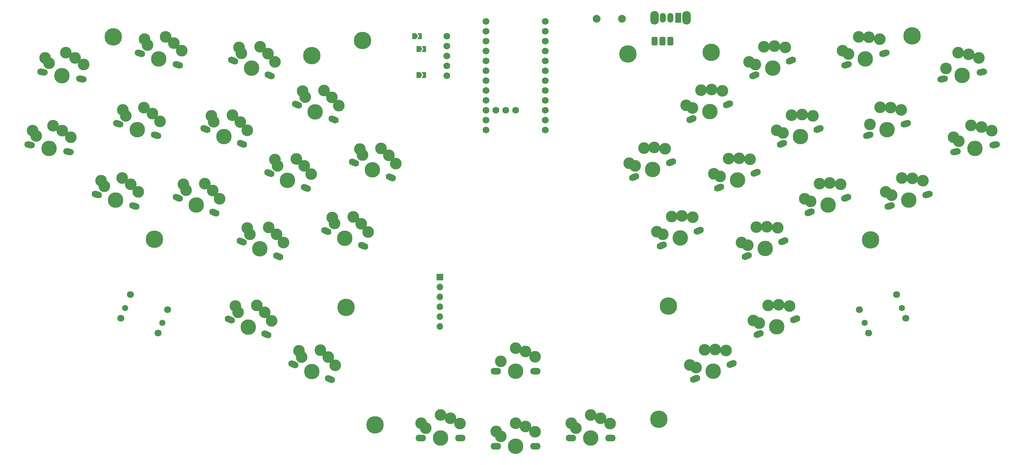
<source format=gbr>
%TF.GenerationSoftware,KiCad,Pcbnew,7.0.2*%
%TF.CreationDate,2024-07-27T16:15:35+02:00*%
%TF.ProjectId,Ghazal,4768617a-616c-42e6-9b69-6361645f7063,rev?*%
%TF.SameCoordinates,Original*%
%TF.FileFunction,Soldermask,Top*%
%TF.FilePolarity,Negative*%
%FSLAX46Y46*%
G04 Gerber Fmt 4.6, Leading zero omitted, Abs format (unit mm)*
G04 Created by KiCad (PCBNEW 7.0.2) date 2024-07-27 16:15:35*
%MOMM*%
%LPD*%
G01*
G04 APERTURE LIST*
G04 Aperture macros list*
%AMRoundRect*
0 Rectangle with rounded corners*
0 $1 Rounding radius*
0 $2 $3 $4 $5 $6 $7 $8 $9 X,Y pos of 4 corners*
0 Add a 4 corners polygon primitive as box body*
4,1,4,$2,$3,$4,$5,$6,$7,$8,$9,$2,$3,0*
0 Add four circle primitives for the rounded corners*
1,1,$1+$1,$2,$3*
1,1,$1+$1,$4,$5*
1,1,$1+$1,$6,$7*
1,1,$1+$1,$8,$9*
0 Add four rect primitives between the rounded corners*
20,1,$1+$1,$2,$3,$4,$5,0*
20,1,$1+$1,$4,$5,$6,$7,0*
20,1,$1+$1,$6,$7,$8,$9,0*
20,1,$1+$1,$8,$9,$2,$3,0*%
%AMHorizOval*
0 Thick line with rounded ends*
0 $1 width*
0 $2 $3 position (X,Y) of the first rounded end (center of the circle)*
0 $4 $5 position (X,Y) of the second rounded end (center of the circle)*
0 Add line between two ends*
20,1,$1,$2,$3,$4,$5,0*
0 Add two circle primitives to create the rounded ends*
1,1,$1,$2,$3*
1,1,$1,$4,$5*%
%AMFreePoly0*
4,1,6,1.000000,0.000000,0.500000,-0.750000,-0.500000,-0.750000,-0.500000,0.750000,0.500000,0.750000,1.000000,0.000000,1.000000,0.000000,$1*%
%AMFreePoly1*
4,1,6,0.500000,-0.750000,-0.650000,-0.750000,-0.150000,0.000000,-0.650000,0.750000,0.500000,0.750000,0.500000,-0.750000,0.500000,-0.750000,$1*%
G04 Aperture macros list end*
%ADD10HorizOval,1.701800X0.492404X-0.086824X-0.492404X0.086824X0*%
%ADD11C,3.000000*%
%ADD12C,3.987800*%
%ADD13HorizOval,1.701800X0.463592X0.187303X-0.463592X-0.187303X0*%
%ADD14C,4.500000*%
%ADD15C,1.800000*%
%ADD16C,1.600000*%
%ADD17C,1.752600*%
%ADD18HorizOval,1.701800X0.463592X-0.187303X-0.463592X0.187303X0*%
%ADD19O,2.701800X1.701800*%
%ADD20FreePoly0,0.000000*%
%ADD21FreePoly1,0.000000*%
%ADD22O,2.200000X3.500000*%
%ADD23R,1.500000X2.500000*%
%ADD24O,1.500000X2.500000*%
%ADD25HorizOval,1.701800X0.492404X0.086824X-0.492404X-0.086824X0*%
%ADD26HorizOval,1.701800X0.478152X-0.146186X-0.478152X0.146186X0*%
%ADD27C,2.000000*%
%ADD28HorizOval,1.701800X0.478152X0.146186X-0.478152X-0.146186X0*%
%ADD29RoundRect,0.375000X0.375000X0.750000X-0.375000X0.750000X-0.375000X-0.750000X0.375000X-0.750000X0*%
%ADD30R,1.700000X1.700000*%
%ADD31O,1.700000X1.700000*%
G04 APERTURE END LIST*
D10*
%TO.C,SW9*%
X26011898Y-67817957D03*
D11*
X26744126Y-64139883D03*
X27702983Y-65540980D03*
X32050190Y-62841546D03*
D12*
X31016984Y-68701152D03*
D11*
X34397578Y-64142234D03*
X36589253Y-65879203D03*
D10*
X36016857Y-69586124D03*
%TD*%
D13*
%TO.C,SW21*%
X213449150Y-116503162D03*
D11*
X212121032Y-112995957D03*
X213676657Y-113676037D03*
X215932816Y-109083118D03*
D12*
X218161725Y-114599862D03*
D11*
X218612773Y-108942238D03*
X221391873Y-109253861D03*
D13*
X222870822Y-112700832D03*
%TD*%
D14*
%TO.C,H11*%
X114848000Y-139840000D03*
%TD*%
%TO.C,H8*%
X252898000Y-39740000D03*
%TD*%
D15*
%TO.C,HAT1*%
X51940475Y-106347429D03*
D16*
X50554430Y-109778009D03*
D15*
X49505532Y-112374124D03*
X59055525Y-116232571D03*
D16*
X60104424Y-113636457D03*
D15*
X61490468Y-110205876D03*
%TD*%
D17*
%TO.C,U1*%
X143403000Y-36070000D03*
X143403000Y-38610000D03*
X143403000Y-41150000D03*
X143403000Y-43690000D03*
X143403000Y-46230000D03*
X143403000Y-48770000D03*
X143403000Y-51310000D03*
X143403000Y-53850000D03*
X143403000Y-56390000D03*
X143403000Y-58930000D03*
X143403000Y-61470000D03*
X143403000Y-64010000D03*
X158643000Y-64010000D03*
X158643000Y-61470000D03*
X158643000Y-58930000D03*
X158643000Y-56390000D03*
X158643000Y-53850000D03*
X158643000Y-51310000D03*
X158643000Y-48770000D03*
X158643000Y-46230000D03*
X158643000Y-43690000D03*
X158643000Y-41150000D03*
X158643000Y-38610000D03*
X158643000Y-36070000D03*
X145943000Y-58930000D03*
X148483000Y-58930000D03*
X151023000Y-58930000D03*
%TD*%
D13*
%TO.C,SW31*%
X197113944Y-127981229D03*
D11*
X195785826Y-124474024D03*
X197341451Y-125154104D03*
X199597610Y-120561185D03*
D12*
X201826519Y-126077929D03*
D11*
X202277567Y-120420305D03*
X205056667Y-120731928D03*
D13*
X206535616Y-124178899D03*
%TD*%
%TO.C,SW13*%
X203316283Y-78788786D03*
D11*
X201988165Y-75281581D03*
X203543790Y-75961661D03*
X205799949Y-71368742D03*
D12*
X208028858Y-76885486D03*
D11*
X208479906Y-71227862D03*
X211259006Y-71539485D03*
D13*
X212737955Y-74986456D03*
%TD*%
D18*
%TO.C,SW3*%
X78351517Y-46152435D03*
D11*
X79832458Y-42706974D03*
X80479057Y-44276811D03*
X85292512Y-42540201D03*
D12*
X83063603Y-48056945D03*
D11*
X87318175Y-44300516D03*
X89100821Y-46455203D03*
D18*
X87770221Y-49962110D03*
%TD*%
%TO.C,SW4*%
X94745025Y-57431185D03*
D11*
X96225966Y-53985724D03*
X96872565Y-55555561D03*
X101686020Y-53818951D03*
D12*
X99457111Y-59335695D03*
D11*
X103711683Y-55579266D03*
X105494329Y-57733953D03*
D18*
X104163729Y-61240860D03*
%TD*%
D19*
%TO.C,SW30*%
X165242739Y-143212656D03*
D11*
X165325151Y-139463310D03*
X166512739Y-140676617D03*
X170325151Y-137263309D03*
D12*
X170325151Y-143213309D03*
D11*
X172862739Y-138136617D03*
X175322739Y-139466617D03*
D19*
X175402739Y-143216617D03*
%TD*%
D14*
%TO.C,H3*%
X190245175Y-109284961D03*
%TD*%
%TO.C,H6*%
X98598000Y-44840000D03*
%TD*%
D20*
%TO.C,JP5*%
X124923000Y-39840000D03*
D21*
X126373000Y-39840000D03*
%TD*%
D22*
%TO.C,SW25*%
X194898000Y-35090000D03*
X186698000Y-35090000D03*
D23*
X192798000Y-35090000D03*
D24*
X190798000Y-35090000D03*
X188798000Y-35090000D03*
%TD*%
D18*
%TO.C,SW28*%
X93829845Y-124240126D03*
D11*
X95310786Y-120794665D03*
X95957385Y-122364502D03*
X100770840Y-120627892D03*
D12*
X98541931Y-126144636D03*
D11*
X102796503Y-122388207D03*
X104579149Y-124542894D03*
D18*
X103248549Y-128049801D03*
%TD*%
D13*
%TO.C,SW6*%
X212375216Y-49953944D03*
D11*
X211047098Y-46446739D03*
X212602723Y-47126819D03*
X214858882Y-42533900D03*
D12*
X217087791Y-48050644D03*
D11*
X217538839Y-42393020D03*
X220317939Y-42704643D03*
D13*
X221796888Y-46151614D03*
%TD*%
D18*
%TO.C,SW11*%
X71233995Y-63768925D03*
D11*
X72714936Y-60323464D03*
X73361535Y-61893301D03*
X78174990Y-60156691D03*
D12*
X75946081Y-65673435D03*
D11*
X80200653Y-61917006D03*
X81983299Y-64071693D03*
D18*
X80652699Y-67578600D03*
%TD*%
D14*
%TO.C,H12*%
X111648000Y-40940000D03*
%TD*%
D18*
%TO.C,SW19*%
X80509974Y-92664174D03*
D11*
X81990915Y-89218713D03*
X82637514Y-90788550D03*
X87450969Y-89051940D03*
D12*
X85222060Y-94568684D03*
D11*
X89476632Y-90812255D03*
X91259278Y-92966942D03*
D18*
X89928678Y-96473849D03*
%TD*%
D25*
%TO.C,SW16*%
X264129332Y-69579076D03*
D11*
X263559425Y-65872380D03*
X264939659Y-66861032D03*
X268101437Y-62837561D03*
D12*
X269134644Y-68697167D03*
D11*
X270752122Y-63256954D03*
X273405701Y-64139574D03*
D25*
X274135666Y-67818711D03*
%TD*%
D14*
%TO.C,H2*%
X107354603Y-109610727D03*
%TD*%
D13*
%TO.C,SW23*%
X226610266Y-85186930D03*
D11*
X225282148Y-81679725D03*
X226837773Y-82359805D03*
X229093932Y-77766886D03*
D12*
X231322841Y-83283630D03*
D11*
X231773889Y-77626006D03*
X234552989Y-77937629D03*
D13*
X236031938Y-81384600D03*
%TD*%
D26*
%TO.C,SW17*%
X43251569Y-80557180D03*
D11*
X44426583Y-76995757D03*
X45207542Y-78503266D03*
X49851324Y-76353744D03*
D12*
X48111713Y-82043758D03*
D11*
X52022701Y-77930812D03*
X53986357Y-79921932D03*
D26*
X52966467Y-83531464D03*
%TD*%
D19*
%TO.C,SW29*%
X126637153Y-143212656D03*
D11*
X126719565Y-139463310D03*
X127907153Y-140676617D03*
X131719565Y-137263309D03*
D12*
X131719565Y-143213309D03*
D11*
X134257153Y-138136617D03*
X136717153Y-139466617D03*
D19*
X136797153Y-143216617D03*
%TD*%
D26*
%TO.C,SW2*%
X54361694Y-44217600D03*
D11*
X55536708Y-40656177D03*
X56317667Y-42163686D03*
X60961449Y-40014164D03*
D12*
X59221838Y-45704178D03*
D11*
X63132826Y-41591232D03*
X65096482Y-43582352D03*
D26*
X64076592Y-47191884D03*
%TD*%
D18*
%TO.C,SW20*%
X77494634Y-112762052D03*
D11*
X78975575Y-109316591D03*
X79622174Y-110886428D03*
X84435629Y-109149818D03*
D12*
X82206720Y-114666562D03*
D11*
X86461292Y-110910133D03*
X88243938Y-113064820D03*
D18*
X86913338Y-116571727D03*
%TD*%
D13*
%TO.C,SW32*%
X188610743Y-93681476D03*
D11*
X187282625Y-90174271D03*
X188838250Y-90854351D03*
X191094409Y-86261432D03*
D12*
X193323318Y-91778176D03*
D11*
X193774366Y-86120552D03*
X196553466Y-86432175D03*
D13*
X198032415Y-89879146D03*
%TD*%
D10*
%TO.C,SW1*%
X29302182Y-49089529D03*
D11*
X30034410Y-45411455D03*
X30993267Y-46812552D03*
X35340474Y-44113118D03*
D12*
X34307268Y-49972724D03*
D11*
X37687862Y-45413806D03*
X39879537Y-47150775D03*
D10*
X39307141Y-50857696D03*
%TD*%
D18*
%TO.C,SW18*%
X64116466Y-81385420D03*
D11*
X65597407Y-77939959D03*
X66244006Y-79509796D03*
X71057461Y-77773186D03*
D12*
X68828552Y-83289930D03*
D11*
X73083124Y-79533501D03*
X74865770Y-81688188D03*
D18*
X73535170Y-85195095D03*
%TD*%
D27*
%TO.C,SW34*%
X171798000Y-35340000D03*
X178298000Y-35340000D03*
%TD*%
D28*
%TO.C,SW7*%
X236069314Y-47184003D03*
D11*
X235051922Y-43574391D03*
X236542355Y-44387465D03*
X239190228Y-40008661D03*
D12*
X240929839Y-45698674D03*
D11*
X241872266Y-40101891D03*
X244613630Y-40654542D03*
D28*
X245786528Y-44217295D03*
%TD*%
%TO.C,SW15*%
X241622205Y-65350169D03*
D11*
X242095246Y-62553631D03*
X244743119Y-58174827D03*
D12*
X246482730Y-63864840D03*
D11*
X247425157Y-58268057D03*
X250166521Y-58820708D03*
D28*
X251339419Y-62383461D03*
%TD*%
D20*
%TO.C,JP6*%
X126023000Y-43190000D03*
D21*
X127473000Y-43190000D03*
%TD*%
D15*
%TO.C,HAT2*%
X239355532Y-110205876D03*
D16*
X240741576Y-113636457D03*
D15*
X241790475Y-116232571D03*
X251340468Y-112374124D03*
D16*
X250291570Y-109778009D03*
D15*
X248905525Y-106347429D03*
%TD*%
D18*
%TO.C,SW12*%
X87627498Y-75047680D03*
D11*
X89108439Y-71602219D03*
X89755038Y-73172056D03*
X94568493Y-71435446D03*
D12*
X92339584Y-76952190D03*
D11*
X96594156Y-73195761D03*
X98376802Y-75350448D03*
D18*
X97046202Y-78857355D03*
%TD*%
%TO.C,SW26*%
X109450568Y-72323879D03*
D11*
X110931509Y-68878418D03*
X111578108Y-70448255D03*
X116391563Y-68711645D03*
D12*
X114162654Y-74228389D03*
D11*
X118417226Y-70471960D03*
X120199872Y-72626647D03*
D18*
X118869272Y-76133554D03*
%TD*%
D14*
%TO.C,H10*%
X187848000Y-138440000D03*
%TD*%
%TO.C,H9*%
X179898000Y-44440000D03*
%TD*%
D29*
%TO.C,J2*%
X186748000Y-41090000D03*
X188748000Y-41090000D03*
X190748000Y-41090000D03*
%TD*%
D13*
%TO.C,SW33*%
X181493219Y-76064980D03*
D11*
X180165101Y-72557775D03*
X181720726Y-73237855D03*
X183976885Y-68644936D03*
D12*
X186205794Y-74161680D03*
D11*
X186656842Y-68504056D03*
X189435942Y-68815679D03*
D13*
X190914891Y-72262650D03*
%TD*%
D25*
%TO.C,SW8*%
X260827772Y-50844294D03*
D11*
X261638099Y-48126250D03*
X264799877Y-44102779D03*
D12*
X265833084Y-49962385D03*
D11*
X267450562Y-44522172D03*
X270104141Y-45404792D03*
D25*
X270834106Y-49083929D03*
%TD*%
D14*
%TO.C,H1*%
X58098000Y-92090000D03*
%TD*%
D13*
%TO.C,SW5*%
X196198764Y-61172292D03*
D11*
X194870646Y-57665087D03*
X196426271Y-58345167D03*
X198682430Y-53752248D03*
D12*
X200911339Y-59268992D03*
D11*
X201362387Y-53611368D03*
X204141487Y-53922991D03*
D13*
X205620436Y-57369962D03*
%TD*%
D19*
%TO.C,SW37*%
X145917151Y-145329347D03*
D11*
X145999563Y-141580001D03*
X147187151Y-142793308D03*
X150999563Y-139380000D03*
D12*
X150999563Y-145330000D03*
D11*
X153537151Y-140253308D03*
X155997151Y-141583308D03*
D19*
X156077151Y-145333308D03*
%TD*%
D14*
%TO.C,H7*%
X201248000Y-44040000D03*
%TD*%
D17*
%TO.C,Display1*%
X133323000Y-39813250D03*
X133323000Y-42353250D03*
X133323000Y-44893250D03*
X133323000Y-47433250D03*
X133323000Y-49973250D03*
%TD*%
D30*
%TO.C,J3*%
X131498000Y-101840000D03*
D31*
X131498000Y-104380000D03*
X131498000Y-106920000D03*
X131498000Y-109460000D03*
X131498000Y-112000000D03*
X131498000Y-114540000D03*
%TD*%
D13*
%TO.C,SW14*%
X219492744Y-67570439D03*
D11*
X218164626Y-64063234D03*
X219720251Y-64743314D03*
X221976410Y-60150395D03*
D12*
X224205319Y-65667139D03*
D11*
X224656367Y-60009515D03*
X227435467Y-60321138D03*
D13*
X228914416Y-63768109D03*
%TD*%
D28*
%TO.C,SW24*%
X247179435Y-83523585D03*
D11*
X246162043Y-79913973D03*
X247652476Y-80727047D03*
X250300349Y-76348243D03*
D12*
X252039960Y-82038256D03*
D11*
X252982387Y-76441473D03*
X255723751Y-76994124D03*
D28*
X256896649Y-80556877D03*
%TD*%
D26*
%TO.C,SW10*%
X48815876Y-62403415D03*
D11*
X49990890Y-58841992D03*
X50771849Y-60349501D03*
X55415631Y-58199979D03*
D12*
X53676020Y-63889993D03*
D11*
X57587008Y-59777047D03*
X59550664Y-61768167D03*
D26*
X58530774Y-65377699D03*
%TD*%
D14*
%TO.C,H5*%
X47498000Y-40040000D03*
%TD*%
D13*
%TO.C,SW22*%
X210433811Y-96405282D03*
D11*
X209105693Y-92898077D03*
X210661318Y-93578157D03*
X212917477Y-88985238D03*
D12*
X215146386Y-94501982D03*
D11*
X215597434Y-88844358D03*
X218376534Y-89155981D03*
D13*
X219855483Y-92602952D03*
%TD*%
D20*
%TO.C,JP7*%
X125998000Y-49840000D03*
D21*
X127448000Y-49840000D03*
%TD*%
D18*
%TO.C,SW27*%
X102333040Y-89940370D03*
D11*
X103813981Y-86494909D03*
X104460580Y-88064746D03*
X109274035Y-86328136D03*
D12*
X107045126Y-91844880D03*
D11*
X111299698Y-88088451D03*
X113082344Y-90243138D03*
D18*
X111751744Y-93750045D03*
%TD*%
D14*
%TO.C,H4*%
X242248000Y-92290000D03*
%TD*%
D19*
%TO.C,SW35*%
X145943000Y-126036039D03*
D11*
X147213000Y-123500000D03*
X151025412Y-120086692D03*
D12*
X151025412Y-126036692D03*
D11*
X153563000Y-120960000D03*
X156023000Y-122290000D03*
D19*
X156103000Y-126040000D03*
%TD*%
M02*

</source>
